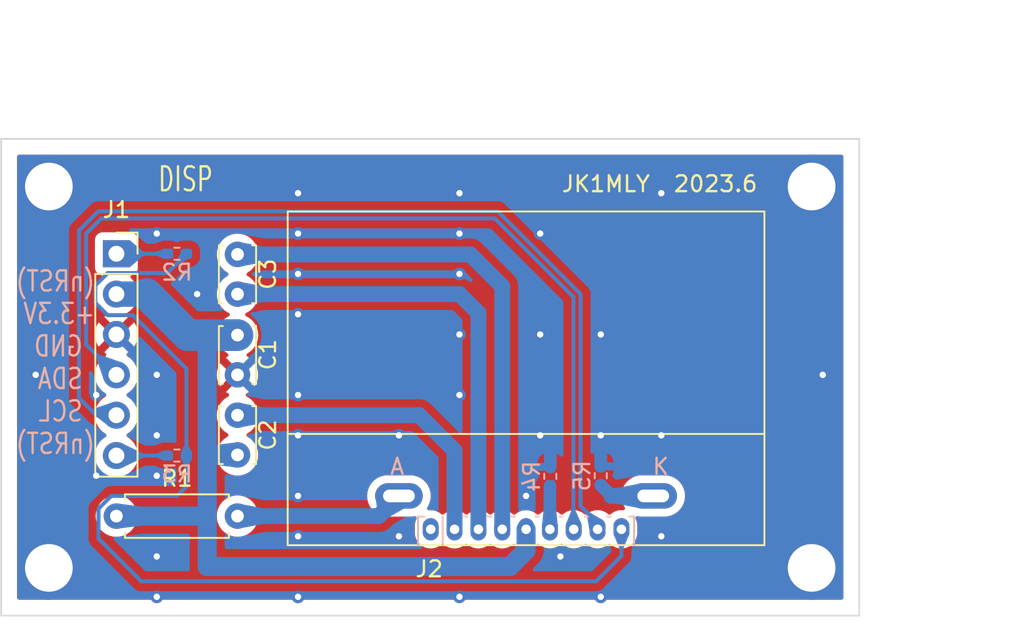
<source format=kicad_pcb>
(kicad_pcb (version 20221018) (generator pcbnew)
  (layers (0 "F.Cu" signal) (31 "B.Cu" signal) (34 "B.Paste" user) (35 "F.Paste" user) (36 "B.SilkS" user "B.Silkscreen") (37 "F.SilkS" user "F.Silkscreen") (38 "B.Mask" user) (39 "F.Mask" user) (44 "Edge.Cuts" user))
  (net 0 "")
  (net 1 "Net-(J1-Pin_2)")
  (net 2 "GND")
  (net 3 "Net-(J2-Pin_2)")
  (net 4 "Net-(J2-Pin_3)")
  (net 5 "Net-(J2-Pin_4)")
  (net 7 "Net-(J1-Pin_4)")
  (net 8 "Net-(J1-Pin_5)")
  (net 9 "Net-(J2-Pin_10)")
  (net 10 "Net-(J1-Pin_1)")
  (net 11 "Net-(J2-Pin_6)")
  (net 12 "Net-(J2-Pin_11)")
  (net 13 "Net-(J1-Pin_6)")
  (net 14 "Net-(J2-Pin_9)")
  (footprint "usr-Library:TestPoint_Plated_Hole_D3.0mm" (layer "F.Cu") (at 139 82)
    (fp_text reference "TP4" hide)
    (fp_text value "GND")
    (pad "1" thru_hole circle (at 0 0) (size 4 4) (drill 3) (layers "*.Cu" "*.Mask") (net 2 "GND"))
  )
  (footprint "Connector_PinSocket_2.54mm:PinSocket_1x06_P2.54mm_Vertical" (layer "F.Cu") (at 95.25 62.23)
    (fp_text reference "J1" (at 0 -2.77) (layer "F.SilkS"))
    (fp_text value "Conn_01x07_Socket" hide)
    (fp_line (start -1.33 1.27) (end -1.33 14.03) (stroke (width 0.12)) (layer "F.SilkS"))
    (fp_line (start -1.33 1.27) (end 1.33 1.27) (stroke (width 0.12)) (layer "F.SilkS"))
    (fp_line (start -1.33 14.03) (end 1.33 14.03) (stroke (width 0.12)) (layer "F.SilkS"))
    (fp_line (start 0 -1.33) (end 1.33 -1.33) (stroke (width 0.12)) (layer "F.SilkS"))
    (fp_line (start 1.33 -1.33) (end 1.33 0) (stroke (width 0.12)) (layer "F.SilkS"))
    (fp_line (start 1.33 1.27) (end 1.33 14.03) (stroke (width 0.12)) (layer "F.SilkS"))
    (pad "1" thru_hole rect (at 0 0) (size 1.7 1.7) (drill 1) (layers "*.Cu" "*.Mask") (net 10 "Net-(J1-Pin_1)"))
    (pad "2" thru_hole oval (at 0 2.54) (size 1.7 1.7) (drill 1) (layers "*.Cu" "*.Mask") (net 1 "Net-(J1-Pin_2)"))
    (pad "3" thru_hole oval (at 0 5.08) (size 1.7 1.7) (drill 1) (layers "*.Cu" "*.Mask") (net 2 "GND"))
    (pad "4" thru_hole oval (at 0 7.62) (size 1.7 1.7) (drill 1) (layers "*.Cu" "*.Mask") (net 7 "Net-(J1-Pin_4)"))
    (pad "5" thru_hole oval (at 0 10.16) (size 1.7 1.7) (drill 1) (layers "*.Cu" "*.Mask") (net 8 "Net-(J1-Pin_5)"))
    (pad "6" thru_hole oval (at 0 12.7) (size 1.7 1.7) (drill 1) (layers "*.Cu" "*.Mask") (net 13 "Net-(J1-Pin_6)"))
  )
  (footprint "Capacitor_THT:C_Disc_D3.4mm_W2.1mm_P2.50mm" (layer "F.Cu") (at 102.87 67.35 -90)
    (fp_text reference "C1" (at 1.23 -1.905 90) (layer "F.SilkS"))
    (fp_text value "C")
    (fp_line (start -0.57 -1.17) (end -0.57 -0.925) (stroke (width 0.12)) (layer "F.SilkS"))
    (fp_line (start -0.57 -1.17) (end 3.07 -1.17) (stroke (width 0.12)) (layer "F.SilkS"))
    (fp_line (start -0.57 0.925) (end -0.57 1.17) (stroke (width 0.12)) (layer "F.SilkS"))
    (fp_line (start -0.57 1.17) (end 3.07 1.17) (stroke (width 0.12)) (layer "F.SilkS"))
    (fp_line (start 3.07 -1.17) (end 3.07 -0.925) (stroke (width 0.12)) (layer "F.SilkS"))
    (fp_line (start 3.07 0.925) (end 3.07 1.17) (stroke (width 0.12)) (layer "F.SilkS"))
    (pad "1" thru_hole circle (at 0 0 270) (size 1.6 1.6) (drill 0.8) (layers "*.Cu" "*.Mask") (net 1 "Net-(J1-Pin_2)"))
    (pad "2" thru_hole circle (at 2.5 0 270) (size 1.6 1.6) (drill 0.8) (layers "*.Cu" "*.Mask") (net 2 "GND"))
  )
  (footprint "usr-Library:TestPoint_Plated_Hole_D3.0mm" (layer "F.Cu") (at 91 82)
    (fp_text reference "TP1" hide)
    (fp_text value "GND")
    (pad "1" thru_hole circle (at 0 0) (size 4 4) (drill 3) (layers "*.Cu" "*.Mask") (net 2 "GND"))
  )
  (footprint "Resistor_THT:R_Axial_DIN0207_L6.3mm_D2.5mm_P7.62mm_Horizontal" (layer "F.Cu") (at 95.25 78.74)
    (fp_text reference "R1" (at 3.81 -2.37) (layer "F.SilkS"))
    (fp_text value "R")
    (fp_line (start 0.54 -1.37) (end 7.08 -1.37) (stroke (width 0.12)) (layer "F.SilkS"))
    (fp_line (start 0.54 -1.04) (end 0.54 -1.37) (stroke (width 0.12)) (layer "F.SilkS"))
    (fp_line (start 0.54 1.04) (end 0.54 1.37) (stroke (width 0.12)) (layer "F.SilkS"))
    (fp_line (start 0.54 1.37) (end 7.08 1.37) (stroke (width 0.12)) (layer "F.SilkS"))
    (fp_line (start 7.08 -1.37) (end 7.08 -1.04) (stroke (width 0.12)) (layer "F.SilkS"))
    (fp_line (start 7.08 1.37) (end 7.08 1.04) (stroke (width 0.12)) (layer "F.SilkS"))
    (pad "1" thru_hole circle (at 0 0) (size 1.6 1.6) (drill 0.8) (layers "*.Cu" "*.Mask") (net 1 "Net-(J1-Pin_2)"))
    (pad "2" thru_hole oval (at 7.62 0) (size 1.6 1.6) (drill 0.8) (layers "*.Cu" "*.Mask") (net 9 "Net-(J2-Pin_10)"))
  )
  (footprint "Capacitor_THT:C_Disc_D3.4mm_W2.1mm_P2.50mm" (layer "F.Cu") (at 102.87 72.39 -90)
    (fp_text reference "C2" (at 1.25 -1.905 90) (layer "F.SilkS"))
    (fp_text value "C")
    (fp_line (start -0.57 -1.17) (end -0.57 -0.925) (stroke (width 0.12)) (layer "F.SilkS"))
    (fp_line (start -0.57 -1.17) (end 3.07 -1.17) (stroke (width 0.12)) (layer "F.SilkS"))
    (fp_line (start -0.57 0.925) (end -0.57 1.17) (stroke (width 0.12)) (layer "F.SilkS"))
    (fp_line (start -0.57 1.17) (end 3.07 1.17) (stroke (width 0.12)) (layer "F.SilkS"))
    (fp_line (start 3.07 -1.17) (end 3.07 -0.925) (stroke (width 0.12)) (layer "F.SilkS"))
    (fp_line (start 3.07 0.925) (end 3.07 1.17) (stroke (width 0.12)) (layer "F.SilkS"))
    (pad "1" thru_hole circle (at 0 0 270) (size 1.6 1.6) (drill 0.8) (layers "*.Cu" "*.Mask") (net 3 "Net-(J2-Pin_2)"))
    (pad "2" thru_hole circle (at 2.5 0 270) (size 1.6 1.6) (drill 0.8) (layers "*.Cu" "*.Mask") (net 1 "Net-(J1-Pin_2)"))
  )
  (footprint "usr-Library:TestPoint_Plated_Hole_D3.0mm" (layer "F.Cu") (at 91 58)
    (fp_text reference "TP2" hide)
    (fp_text value "GND")
    (pad "1" thru_hole circle (at 0 0) (size 4 4) (drill 3) (layers "*.Cu" "*.Mask") (net 2 "GND"))
  )
  (footprint "usr-Library:AQM0802A-LCD" (layer "F.Cu") (at 115.03 79.57 90)
    (fp_text reference "J2" (at -2.5 -0.095) (layer "F.SilkS"))
    (fp_text value "Conn_01x09_Socket" hide)
    (fp_text user "K" (at 3.37 13.875 unlocked) (layer "B.SilkS") (effects (justify left bottom)))
    (fp_text user "A" (at 3.37 -2.635 unlocked) (layer "B.SilkS") (effects (justify left bottom)))
    (fp_line (start -1 -0.8) (end 0.8 -0.8) (stroke (width 0.12)) (layer "B.SilkS"))
    (fp_line (start -1 0.75) (end 0.8 0.75) (stroke (width 0.12)) (layer "B.SilkS"))
    (fp_line (start -1 12.8) (end 0.8 12.8) (stroke (width 0.12)) (layer "B.SilkS"))
    (fp_line (start 0.8 -0.8) (end 0.8 -0.4) (stroke (width 0.12)) (layer "B.SilkS"))
    (fp_line (start 0.8 2.1) (end 0.8 2.3) (stroke (width 0.12)) (layer "B.SilkS"))
    (fp_line (start 0.8 3.6) (end 0.8 3.8) (stroke (width 0.12)) (layer "B.SilkS"))
    (fp_line (start 0.8 5.1) (end 0.8 5.3) (stroke (width 0.12)) (layer "B.SilkS"))
    (fp_line (start 0.8 6.6) (end 0.8 6.8) (stroke (width 0.12)) (layer "B.SilkS"))
    (fp_line (start 0.8 8.1) (end 0.8 8.3) (stroke (width 0.12)) (layer "B.SilkS"))
    (fp_line (start 0.8 9.7) (end 0.8 9.9) (stroke (width 0.12)) (layer "B.SilkS"))
    (fp_line (start 0.8 11.1) (end 0.8 11.3) (stroke (width 0.12)) (layer "B.SilkS"))
    (fp_line (start 0.8 12.5) (end 0.8 12.8) (stroke (width 0.12)) (layer "B.SilkS"))
    (fp_line (start 6 -9) (end 6 21) (stroke (width 0.12)) (layer "F.SilkS"))
    (fp_rect (start -1 -9) (end 20 21) (stroke (width 0.12)) (fill none) (layer "F.SilkS"))
    (pad "1" thru_hole oval (at 0 0 90) (size 1.4 1) (drill 0.6) (layers "*.Cu" "*.Mask"))
    (pad "2" thru_hole oval (at 0 1.5 90) (size 1.4 1) (drill 0.6) (layers "*.Cu" "*.Mask") (net 3 "Net-(J2-Pin_2)"))
    (pad "3" thru_hole oval (at 0 3 90) (size 1.4 1) (drill 0.6) (layers "*.Cu" "*.Mask") (net 4 "Net-(J2-Pin_3)"))
    (pad "4" thru_hole oval (at 0 4.5 90) (size 1.4 1) (drill 0.6) (layers "*.Cu" "*.Mask") (net 5 "Net-(J2-Pin_4)"))
    (pad "5" thru_hole oval (at 0 6 90) (size 1.4 1) (drill 0.6) (layers "*.Cu" "*.Mask") (net 1 "Net-(J1-Pin_2)"))
    (pad "6" thru_hole oval (at 0 7.5 90) (size 1.4 1) (drill 0.6) (layers "*.Cu" "*.Mask") (net 11 "Net-(J2-Pin_6)"))
    (pad "7" thru_hole oval (at 0 9 90) (size 1.4 1) (drill 0.6) (layers "*.Cu" "*.Mask") (net 7 "Net-(J1-Pin_4)"))
    (pad "8" thru_hole oval (at 0 10.5 90) (size 1.4 1) (drill 0.6) (layers "*.Cu" "*.Mask") (net 8 "Net-(J1-Pin_5)"))
    (pad "9" thru_hole oval (at 0 12 90) (size 1.4 1) (drill 0.6) (layers "*.Cu" "*.Mask") (net 14 "Net-(J2-Pin_9)"))
    (pad "10" thru_hole oval (at 2.1 -2 90) (size 1.6 3) (drill oval 0.8 2) (layers "*.Cu" "*.Mask") (net 9 "Net-(J2-Pin_10)"))
    (pad "11" thru_hole oval (at 2.1 14 90) (size 1.6 3) (drill oval 0.8 2) (layers "*.Cu" "*.Mask") (net 12 "Net-(J2-Pin_11)"))
  )
  (footprint "Capacitor_THT:C_Disc_D3.4mm_W2.1mm_P2.50mm" (layer "F.Cu") (at 102.87 64.77 90)
    (fp_text reference "C3" (at 1.25 1.905 90) (layer "F.SilkS"))
    (fp_text value "C")
    (fp_line (start -0.57 -1.17) (end -0.57 -0.925) (stroke (width 0.12)) (layer "F.SilkS"))
    (fp_line (start -0.57 -1.17) (end 3.07 -1.17) (stroke (width 0.12)) (layer "F.SilkS"))
    (fp_line (start -0.57 0.925) (end -0.57 1.17) (stroke (width 0.12)) (layer "F.SilkS"))
    (fp_line (start -0.57 1.17) (end 3.07 1.17) (stroke (width 0.12)) (layer "F.SilkS"))
    (fp_line (start 3.07 -1.17) (end 3.07 -0.925) (stroke (width 0.12)) (layer "F.SilkS"))
    (fp_line (start 3.07 0.925) (end 3.07 1.17) (stroke (width 0.12)) (layer "F.SilkS"))
    (pad "1" thru_hole circle (at 0 0 90) (size 1.6 1.6) (drill 0.8) (layers "*.Cu" "*.Mask") (net 4 "Net-(J2-Pin_3)"))
    (pad "2" thru_hole circle (at 2.5 0 90) (size 1.6 1.6) (drill 0.8) (layers "*.Cu" "*.Mask") (net 5 "Net-(J2-Pin_4)"))
  )
  (footprint "usr-Library:TestPoint_Plated_Hole_D3.0mm" (layer "F.Cu") (at 139 58)
    (fp_text reference "TP3" hide)
    (fp_text value "GND")
    (pad "1" thru_hole circle (at 0 0) (size 4 4) (drill 3) (layers "*.Cu" "*.Mask") (net 2 "GND"))
  )
  (footprint "Resistor_SMD:R_0402_1005Metric_Pad0.72x0.64mm_HandSolder" (layer "B.Cu") (at 125.73 76.2 -90)
    (fp_text reference "R5" (at 0 1.17 90) (layer "B.SilkS") (effects (justify mirror)))
    (fp_text value "R")
    (fp_line (start -0.167621 -0.38) (end 0.167621 -0.38) (stroke (width 0.12)) (layer "B.SilkS"))
    (fp_line (start -0.167621 0.38) (end 0.167621 0.38) (stroke (width 0.12)) (layer "B.SilkS"))
    (pad "1" smd roundrect (at -0.5975 0 270) (size 0.715 0.64) (layers "B.Cu" "B.Paste" "B.Mask") (net 2 "GND"))
    (pad "2" smd roundrect (at 0.5975 0 270) (size 0.715 0.64) (layers "B.Cu" "B.Paste" "B.Mask") (net 12 "Net-(J2-Pin_11)"))
  )
  (footprint "Resistor_SMD:R_0402_1005Metric_Pad0.72x0.64mm_HandSolder" (layer "B.Cu") (at 122.555 76.2375 -90)
    (fp_text reference "R4" (at 0 1.17 90) (layer "B.SilkS") (effects (justify mirror)))
    (fp_text value "R")
    (fp_line (start -0.167621 -0.38) (end 0.167621 -0.38) (stroke (width 0.12)) (layer "B.SilkS"))
    (fp_line (start -0.167621 0.38) (end 0.167621 0.38) (stroke (width 0.12)) (layer "B.SilkS"))
    (pad "1" smd roundrect (at -0.5975 0 270) (size 0.715 0.64) (layers "B.Cu" "B.Paste" "B.Mask") (net 2 "GND"))
    (pad "2" smd roundrect (at 0.5975 0 270) (size 0.715 0.64) (layers "B.Cu" "B.Paste" "B.Mask") (net 11 "Net-(J2-Pin_6)"))
  )
  (footprint "Resistor_SMD:R_0402_1005Metric_Pad0.72x0.64mm_HandSolder" (layer "B.Cu") (at 99.06 74.93)
    (fp_text reference "R3" (at 0 1.17) (layer "B.SilkS") (effects (justify mirror)))
    (fp_text value "R")
    (fp_line (start -0.167621 -0.38) (end 0.167621 -0.38) (stroke (width 0.12)) (layer "B.SilkS"))
    (fp_line (start -0.167621 0.38) (end 0.167621 0.38) (stroke (width 0.12)) (layer "B.SilkS"))
    (pad "1" smd roundrect (at -0.5975 0) (size 0.715 0.64) (layers "B.Cu" "B.Paste" "B.Mask") (net 13 "Net-(J1-Pin_6)"))
    (pad "2" smd roundrect (at 0.5975 0) (size 0.715 0.64) (layers "B.Cu" "B.Paste" "B.Mask") (net 14 "Net-(J2-Pin_9)"))
  )
  (footprint "Resistor_SMD:R_0402_1005Metric_Pad0.72x0.64mm_HandSolder" (layer "B.Cu") (at 99.06 62.23)
    (fp_text reference "R2" (at 0 1.17) (layer "B.SilkS") (effects (justify mirror)))
    (fp_text value "R")
    (fp_line (start -0.167621 -0.38) (end 0.167621 -0.38) (stroke (width 0.12)) (layer "B.SilkS"))
    (fp_line (start -0.167621 0.38) (end 0.167621 0.38) (stroke (width 0.12)) (layer "B.SilkS"))
    (pad "1" smd roundrect (at -0.5975 0) (size 0.715 0.64) (layers "B.Cu" "B.Paste" "B.Mask") (net 10 "Net-(J1-Pin_1)"))
    (pad "2" smd roundrect (at 0.5975 0) (size 0.715 0.64) (layers "B.Cu" "B.Paste" "B.Mask") (net 14 "Net-(J2-Pin_9)"))
  )
  (gr_line (start 88 55) (end 142 55) (stroke (width 0.1)) (layer "Edge.Cuts"))
  (gr_line (start 88 85) (end 88 55) (stroke (width 0.1)) (layer "Edge.Cuts"))
  (gr_line (start 142 85) (end 88 85) (stroke (width 0.1)) (layer "Edge.Cuts"))
  (gr_line (start 142 55) (end 142 85) (stroke (width 0.1)) (layer "Edge.Cuts"))
  (gr_text "(nRST)\n+3.3V\n GND\n SDA\n SCL\n(nRST)" (at 93.98 74.93) (layer "B.SilkS") (effects (font (size 1.27 1)) (justify left bottom mirror)))
  (gr_text "JK1MLY  2023.6" (at 123.19 58.42) (layer "F.SilkS") (effects (font (size 1 1)) (justify left bottom)))
  (gr_text "DISP" (at 97.79 58.42) (layer "F.SilkS") (effects (font (size 1.5 1)) (justify left bottom)))
  (segment (start 95.25 64.77) (end 97.155 64.77) (width 1.6) (layer "B.Cu") (net 1))
  (segment (start 99.735 67.35) (end 100.965 67.35) (width 2) (layer "B.Cu") (net 1))
  (segment (start 100.965 67.35) (end 102.87 67.35) (width 2) (layer "B.Cu") (net 1))
  (segment (start 97.155 64.77) (end 99.735 67.35) (width 2) (layer "B.Cu") (net 1))
  (segment (start 100.965 81.915) (end 120.015 81.915) (width 1.2) (layer "B.Cu") (net 1))
  (segment (start 101.005 74.89) (end 100.965 74.93) (width 0.25) (layer "B.Cu") (net 1))
  (segment (start 95.25 78.74) (end 100.965 78.74) (width 1.2) (layer "B.Cu") (net 1))
  (segment (start 120.015 81.915) (end 121.03 80.9) (width 1.2) (layer "B.Cu") (net 1))
  (segment (start 121.03 80.9) (end 121.03 79.57) (width 1.2) (layer "B.Cu") (net 1))
  (segment (start 100.965 74.93) (end 100.965 67.35) (width 1.2) (layer "B.Cu") (net 1))
  (segment (start 102.87 74.89) (end 101.005 74.89) (width 1.2) (layer "B.Cu") (net 1))
  (segment (start 100.965 74.93) (end 100.965 81.915) (width 1.2) (layer "B.Cu") (net 1))
  (via (at 116.84 83.82) (size 0.8) (drill 0.4) (layers "F.Cu" "B.Cu") (net 2))
  (via (at 93.98 76.2) (size 0.8) (drill 0.4) (layers "F.Cu" "B.Cu") (net 2))
  (via (at 106.68 80.01) (size 0.8) (drill 0.4) (layers "F.Cu" "B.Cu") (net 2))
  (via (at 116.84 58.42) (size 0.8) (drill 0.4) (layers "F.Cu" "B.Cu") (net 2))
  (via (at 97.79 76.2) (size 0.8) (drill 0.4) (layers "F.Cu" "B.Cu") (net 2))
  (via (at 106.68 71.12) (size 0.8) (drill 0.4) (layers "F.Cu" "B.Cu") (net 2))
  (via (at 121.92 67.31) (size 0.8) (drill 0.4) (layers "F.Cu" "B.Cu") (net 2))
  (via (at 121.03 77.47) (size 0.8) (drill 0.4) (layers "F.Cu" "B.Cu") (net 2))
  (via (at 121.92 73.66) (size 0.8) (drill 0.4) (layers "F.Cu" "B.Cu") (net 2))
  (via (at 106.68 77.47) (size 0.8) (drill 0.4) (layers "F.Cu" "B.Cu") (net 2))
  (via (at 106.68 63.5) (size 0.8) (drill 0.4) (layers "F.Cu" "B.Cu") (net 2))
  (via (at 125.73 83.82) (size 0.8) (drill 0.4) (layers "F.Cu" "B.Cu") (net 2))
  (via (at 97.79 73.66) (size 0.8) (drill 0.4) (layers "F.Cu" "B.Cu") (net 2))
  (via (at 97.79 60.96) (size 0.8) (drill 0.4) (layers "F.Cu" "B.Cu") (net 2))
  (via (at 113.03 80.01) (size 0.8) (drill 0.4) (layers "F.Cu" "B.Cu") (net 2))
  (via (at 121.92 60.96) (size 0.8) (drill 0.4) (layers "F.Cu" "B.Cu") (net 2))
  (via (at 129.54 80.01) (size 0.8) (drill 0.4) (layers "F.Cu" "B.Cu") (net 2))
  (via (at 139.7 69.85) (size 0.8) (drill 0.4) (layers "F.Cu" "B.Cu") (net 2))
  (via (at 93.98 71.12) (size 0.8) (drill 0.4) (layers "F.Cu" "B.Cu") (net 2))
  (via (at 100.33 64.77) (size 0.8) (drill 0.4) (layers "F.Cu" "B.Cu") (net 2))
  (via (at 129.54 73.66) (size 0.8) (drill 0.4) (layers "F.Cu" "B.Cu") (net 2))
  (via (at 97.79 81.28) (size 0.8) (drill 0.4) (layers "F.Cu" "B.Cu") (net 2))
  (via (at 106.68 83.82) (size 0.8) (drill 0.4) (layers "F.Cu" "B.Cu") (net 2))
  (via (at 125.73 73.66) (size 0.8) (drill 0.4) (layers "F.Cu" "B.Cu") (net 2))
  (via (at 123.19 81.28) (size 0.8) (drill 0.4) (layers "F.Cu" "B.Cu") (net 2))
  (via (at 106.68 58.42) (size 0.8) (drill 0.4) (layers "F.Cu" "B.Cu") (net 2))
  (via (at 97.79 69.85) (size 0.8) (drill 0.4) (layers "F.Cu" "B.Cu") (net 2))
  (via (at 90.17 69.85) (size 0.8) (drill 0.4) (layers "F.Cu" "B.Cu") (net 2))
  (via (at 106.68 60.96) (size 0.8) (drill 0.4) (layers "F.Cu" "B.Cu") (net 2))
  (via (at 106.68 73.66) (size 0.8) (drill 0.4) (layers "F.Cu" "B.Cu") (net 2))
  (via (at 116.84 71.12) (size 0.8) (drill 0.4) (layers "F.Cu" "B.Cu") (net 2))
  (via (at 116.84 60.96) (size 0.8) (drill 0.4) (layers "F.Cu" "B.Cu") (net 2))
  (via (at 116.84 67.31) (size 0.8) (drill 0.4) (layers "F.Cu" "B.Cu") (net 2))
  (via (at 106.68 66.04) (size 0.8) (drill 0.4) (layers "F.Cu" "B.Cu") (net 2))
  (via (at 97.79 83.82) (size 0.8) (drill 0.4) (layers "F.Cu" "B.Cu") (net 2))
  (via (at 125.73 67.31) (size 0.8) (drill 0.4) (layers "F.Cu" "B.Cu") (net 2))
  (via (at 113.03 73.66) (size 0.8) (drill 0.4) (layers "F.Cu" "B.Cu") (net 2))
  (via (at 129.54 58.42) (size 0.8) (drill 0.4) (layers "F.Cu" "B.Cu") (net 2))
  (via (at 116.84 63.5) (size 0.8) (drill 0.4) (layers "F.Cu" "B.Cu") (net 2))
  (segment (start 122.555 75.64) (end 122.555 74.295) (width 0.8) (layer "B.Cu") (net 2))
  (segment (start 125.73 75.6025) (end 125.73 73.66) (width 0.8) (layer "B.Cu") (net 2))
  (segment (start 122.555 74.295) (end 121.92 73.66) (width 1) (layer "B.Cu") (net 2))
  (segment (start 102.87 72.39) (end 114.3 72.39) (width 1) (layer "B.Cu") (net 3))
  (segment (start 114.3 72.39) (end 116.53 74.62) (width 1) (layer "B.Cu") (net 3))
  (segment (start 116.53 74.62) (end 116.53 79.57) (width 1) (layer "B.Cu") (net 3))
  (segment (start 118.03 65.96) (end 116.84 64.77) (width 1) (layer "B.Cu") (net 4))
  (segment (start 116.84 64.77) (end 102.87 64.77) (width 1) (layer "B.Cu") (net 4))
  (segment (start 118.03 79.57) (end 118.03 65.96) (width 1) (layer "B.Cu") (net 4))
  (segment (start 117.515 62.27) (end 102.87 62.27) (width 1) (layer "B.Cu") (net 5))
  (segment (start 119.53 64.285) (end 117.515 62.27) (width 1) (layer "B.Cu") (net 5))
  (segment (start 119.53 79.57) (end 119.53 64.285) (width 1) (layer "B.Cu") (net 5))
  (segment (start 93.345 60.96) (end 93.345 67.945) (width 0.25) (layer "B.Cu") (net 7))
  (segment (start 124.03 79.57) (end 124.01 79.55) (width 0.25) (layer "B.Cu") (net 7))
  (segment (start 93.345 67.945) (end 95.25 69.85) (width 0.25) (layer "B.Cu") (net 7))
  (segment (start 94.2975 60.0075) (end 119.0625 60.0075) (width 0.25) (layer "B.Cu") (net 7))
  (segment (start 94.2975 60.0075) (end 93.345 60.96) (width 0.25) (layer "B.Cu") (net 7))
  (segment (start 124.01 79.55) (end 124.01 64.955) (width 0.25) (layer "B.Cu") (net 7))
  (segment (start 124.01 64.955) (end 119.0625 60.0075) (width 0.25) (layer "B.Cu") (net 7))
  (segment (start 94.111104 59.5575) (end 119.248896 59.5575) (width 0.25) (layer "B.Cu") (net 8))
  (segment (start 92.895 71.305) (end 92.895 60.773604) (width 0.25) (layer "B.Cu") (net 8))
  (segment (start 125.53 79.175) (end 125.53 79.57) (width 0.25) (layer "B.Cu") (net 8))
  (segment (start 93.98 72.39) (end 92.895 71.305) (width 0.25) (layer "B.Cu") (net 8))
  (segment (start 124.46 78.105) (end 125.53 79.175) (width 0.25) (layer "B.Cu") (net 8))
  (segment (start 119.248896 59.5575) (end 124.46 64.768604) (width 0.25) (layer "B.Cu") (net 8))
  (segment (start 124.46 64.768604) (end 124.46 78.105) (width 0.25) (layer "B.Cu") (net 8))
  (segment (start 92.895 60.773604) (end 94.111104 59.5575) (width 0.25) (layer "B.Cu") (net 8))
  (segment (start 95.25 72.39) (end 93.98 72.39) (width 0.25) (layer "B.Cu") (net 8))
  (segment (start 102.87 78.74) (end 111.76 78.74) (width 1) (layer "B.Cu") (net 9))
  (segment (start 111.76 78.74) (end 113.03 77.47) (width 1) (layer "B.Cu") (net 9))
  (segment (start 95.25 62.23) (end 98.4625 62.23) (width 0.25) (layer "B.Cu") (net 10))
  (segment (start 122.53 76.86) (end 122.555 76.835) (width 0.25) (layer "B.Cu") (net 11))
  (segment (start 122.53 79.57) (end 122.53 76.86) (width 0.8) (layer "B.Cu") (net 11))
  (segment (start 129.03 77.47) (end 126.4025 77.47) (width 1) (layer "B.Cu") (net 12))
  (segment (start 126.4025 77.47) (end 125.73 76.7975) (width 0.8) (layer "B.Cu") (net 12))
  (segment (start 95.25 74.93) (end 98.4625 74.93) (width 0.25) (layer "B.Cu") (net 13))
  (segment (start 93.925 64.221167) (end 93.925 65.318833) (width 0.25) (layer "B.Cu") (net 14))
  (segment (start 125.44 82.84) (end 127.03 81.25) (width 0.25) (layer "B.Cu") (net 14))
  (segment (start 99.6575 62.23) (end 98.4425 63.445) (width 0.25) (layer "B.Cu") (net 14))
  (segment (start 94.929009 77.47) (end 94.125 78.274009) (width 0.25) (layer "B.Cu") (net 14))
  (segment (start 127.03 81.25) (end 127.03 79.57) (width 0.25) (layer "B.Cu") (net 14))
  (segment (start 99.6575 76.8725) (end 99.06 77.47) (width 0.25) (layer "B.Cu") (net 14))
  (segment (start 94.125 78.274009) (end 94.125 80.155) (width 0.25) (layer "B.Cu") (net 14))
  (segment (start 99.6575 69.4675) (end 99.6575 74.93) (width 0.25) (layer "B.Cu") (net 14))
  (segment (start 94.701167 63.445) (end 93.925 64.221167) (width 0.25) (layer "B.Cu") (net 14))
  (segment (start 94.701167 66.095) (end 96.285 66.095) (width 0.25) (layer "B.Cu") (net 14))
  (segment (start 99.06 77.47) (end 94.929009 77.47) (width 0.25) (layer "B.Cu") (net 14))
  (segment (start 96.285 66.095) (end 99.6575 69.4675) (width 0.25) (layer "B.Cu") (net 14))
  (segment (start 94.125 80.155) (end 96.81 82.84) (width 0.25) (layer "B.Cu") (net 14))
  (segment (start 96.81 82.84) (end 125.44 82.84) (width 0.25) (layer "B.Cu") (net 14))
  (segment (start 93.925 65.318833) (end 94.701167 66.095) (width 0.25) (layer "B.Cu") (net 14))
  (segment (start 98.4425 63.445) (end 94.701167 63.445) (width 0.25) (layer "B.Cu") (net 14))
  (segment (start 99.6575 74.93) (end 99.6575 76.8725) (width 0.25) (layer "B.Cu") (net 14))
  (zone (net 2) (net_name "GND") (layer "F.Cu") (connect_pads (clearance 0.5)) (min_thickness 0.25) (fill yes (thermal_gap 0.5) (thermal_bridge_width 0.5))
    (polygon (pts (xy 89 56) (xy 141 56) (xy 141 84) (xy 89 84)))
  )
  (zone (net 2) (net_name "GND") (layer "B.Cu") (priority 1) (connect_pads (clearance 0.5)) (min_thickness 0.25) (fill yes (thermal_gap 0.5) (thermal_bridge_width 0.5))
    (polygon (pts (xy 141 56) (xy 141 84) (xy 89 84) (xy 89 56)))
  )
)
</source>
